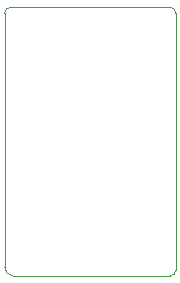
<source format=gbr>
G04 #@! TF.GenerationSoftware,KiCad,Pcbnew,(5.1.5)-3*
G04 #@! TF.CreationDate,2020-12-03T22:55:38+01:00*
G04 #@! TF.ProjectId,Switch board,53776974-6368-4206-926f-6172642e6b69,rev?*
G04 #@! TF.SameCoordinates,Original*
G04 #@! TF.FileFunction,Profile,NP*
%FSLAX46Y46*%
G04 Gerber Fmt 4.6, Leading zero omitted, Abs format (unit mm)*
G04 Created by KiCad (PCBNEW (5.1.5)-3) date 2020-12-03 22:55:38*
%MOMM*%
%LPD*%
G04 APERTURE LIST*
%ADD10C,0.050000*%
G04 APERTURE END LIST*
D10*
X40500000Y-47750000D02*
X40500000Y-26000000D01*
X26750000Y-48250000D02*
X40000000Y-48250000D01*
X26000000Y-26000000D02*
X26000000Y-47500000D01*
X40000000Y-25500000D02*
X26500000Y-25500000D01*
X26750000Y-48250000D02*
G75*
G02X26000000Y-47500000I0J750000D01*
G01*
X26000000Y-26000000D02*
G75*
G02X26500000Y-25500000I500000J0D01*
G01*
X40000000Y-25500000D02*
G75*
G02X40500000Y-26000000I0J-500000D01*
G01*
X40500000Y-47750000D02*
G75*
G02X40000000Y-48250000I-500000J0D01*
G01*
M02*

</source>
